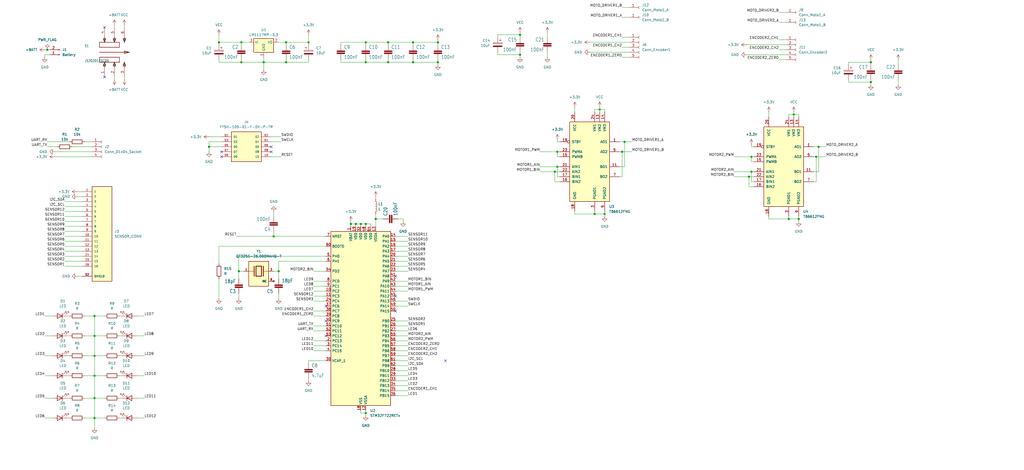
<source format=kicad_sch>
(kicad_sch (version 20231120) (generator "eeschema") (generator_version "8.0")
  (paper "User" 522.656 239.801)
  (junction (at 402.59 111.76))
  (junction (at 123.19 21.59))
  (junction (at 417.83 74.93))
  (junction (at 48.26 181.61))
  (junction (at 181.61 114.3))
  (junction (at 382.27 90.17))
  (junction (at 134.62 31.75))
  (junction (at 405.13 58.42))
  (junction (at 48.26 191.77))
  (junction (at 146.05 31.75))
  (junction (at 407.67 111.76))
  (junction (at 308.61 109.22))
  (junction (at 179.07 114.3))
  (junction (at 186.69 21.59))
  (junction (at 184.15 114.3))
  (junction (at 223.52 21.59))
  (junction (at 283.21 87.63))
  (junction (at 265.43 17.78))
  (junction (at 48.26 161.29))
  (junction (at 383.54 87.63))
  (junction (at 265.43 27.94))
  (junction (at 416.56 80.01))
  (junction (at 383.54 80.01))
  (junction (at 121.92 138.43))
  (junction (at 303.53 109.22))
  (junction (at 444.5 31.75))
  (junction (at 123.19 31.75))
  (junction (at 210.82 31.75))
  (junction (at 106.68 74.93))
  (junction (at 318.77 72.39))
  (junction (at 48.26 213.36))
  (junction (at 210.82 21.59))
  (junction (at 198.12 31.75))
  (junction (at 186.69 31.75))
  (junction (at 191.77 111.76))
  (junction (at 24.13 25.4))
  (junction (at 139.7 120.65))
  (junction (at 142.24 138.43))
  (junction (at 48.26 171.45))
  (junction (at 284.48 77.47))
  (junction (at 317.5 77.47))
  (junction (at 146.05 21.59))
  (junction (at 198.12 21.59))
  (junction (at 157.48 21.59))
  (junction (at 111.76 21.59))
  (junction (at 284.48 85.09))
  (junction (at 223.52 31.75))
  (junction (at 186.69 210.82))
  (junction (at 48.26 203.2))
  (junction (at 306.07 55.88))
  (junction (at 186.69 114.3))
  (junction (at 444.5 41.91))
  (no_connect (at 166.37 163.83))
  (no_connect (at 227.33 184.15))
  (no_connect (at 166.37 156.21))
  (no_connect (at 53.34 39.37))
  (no_connect (at 166.37 171.45))
  (no_connect (at 113.03 80.01))
  (no_connect (at 53.34 13.97))
  (no_connect (at 201.93 151.13))
  (no_connect (at 113.03 77.47))
  (no_connect (at 201.93 140.97))
  (no_connect (at 138.43 74.93))
  (no_connect (at 201.93 158.75))
  (no_connect (at 138.43 77.47))
  (wire (pts (xy 433.07 31.75) (xy 444.5 31.75)))
  (wire (pts (xy 69.85 181.61) (xy 73.66 181.61)))
  (wire (pts (xy 48.26 161.29) (xy 43.18 161.29)))
  (wire (pts (xy 157.48 30.48) (xy 157.48 31.75)))
  (wire (pts (xy 22.86 27.94) (xy 25.4 27.94)))
  (wire (pts (xy 34.29 191.77) (xy 35.56 191.77)))
  (wire (pts (xy 384.81 87.63) (xy 383.54 87.63)))
  (wire (pts (xy 48.26 181.61) (xy 43.18 181.61)))
  (wire (pts (xy 146.05 31.75) (xy 157.48 31.75)))
  (wire (pts (xy 179.07 115.57) (xy 179.07 114.3)))
  (wire (pts (xy 160.02 168.91) (xy 166.37 168.91)))
  (wire (pts (xy 160.02 153.67) (xy 166.37 153.67)))
  (wire (pts (xy 285.75 77.47) (xy 284.48 77.47)))
  (wire (pts (xy 186.69 22.86) (xy 186.69 21.59)))
  (wire (pts (xy 173.99 31.75) (xy 186.69 31.75)))
  (wire (pts (xy 201.93 138.43) (xy 208.28 138.43)))
  (wire (pts (xy 201.93 199.39) (xy 208.28 199.39)))
  (wire (pts (xy 397.51 11.43) (xy 401.32 11.43)))
  (wire (pts (xy 69.85 203.2) (xy 73.66 203.2)))
  (wire (pts (xy 58.42 39.37) (xy 58.42 40.64)))
  (wire (pts (xy 184.15 209.55) (xy 184.15 210.82)))
  (wire (pts (xy 397.51 20.32) (xy 401.32 20.32)))
  (wire (pts (xy 254 26.67) (xy 254 27.94)))
  (wire (pts (xy 22.86 213.36) (xy 26.67 213.36)))
  (wire (pts (xy 33.02 130.81) (xy 41.91 130.81)))
  (wire (pts (xy 223.52 31.75) (xy 223.52 33.02)))
  (wire (pts (xy 121.92 130.81) (xy 121.92 138.43)))
  (wire (pts (xy 284.48 80.01) (xy 285.75 80.01)))
  (wire (pts (xy 223.52 20.32) (xy 223.52 21.59)))
  (wire (pts (xy 317.5 3.81) (xy 321.31 3.81)))
  (wire (pts (xy 186.69 30.48) (xy 186.69 31.75)))
  (wire (pts (xy 36.83 74.93) (xy 46.99 74.93)))
  (wire (pts (xy 317.5 19.05) (xy 321.31 19.05)))
  (wire (pts (xy 106.68 72.39) (xy 106.68 74.93)))
  (wire (pts (xy 27.94 77.47) (xy 46.99 77.47)))
  (wire (pts (xy 62.23 213.36) (xy 60.96 213.36)))
  (wire (pts (xy 201.93 120.65) (xy 208.28 120.65)))
  (wire (pts (xy 254 17.78) (xy 265.43 17.78)))
  (wire (pts (xy 166.37 184.15) (xy 157.48 184.15)))
  (wire (pts (xy 186.69 210.82) (xy 186.69 212.09)))
  (wire (pts (xy 134.62 31.75) (xy 134.62 35.56)))
  (wire (pts (xy 444.5 30.48) (xy 444.5 31.75)))
  (wire (pts (xy 134.62 31.75) (xy 146.05 31.75)))
  (wire (pts (xy 308.61 55.88) (xy 308.61 57.15)))
  (wire (pts (xy 179.07 114.3) (xy 181.61 114.3)))
  (wire (pts (xy 48.26 203.2) (xy 53.34 203.2)))
  (wire (pts (xy 53.34 213.36) (xy 48.26 213.36)))
  (wire (pts (xy 201.93 156.21) (xy 208.28 156.21)))
  (wire (pts (xy 48.26 181.61) (xy 53.34 181.61)))
  (wire (pts (xy 22.86 25.4) (xy 24.13 25.4)))
  (wire (pts (xy 405.13 58.42) (xy 405.13 59.69)))
  (wire (pts (xy 34.29 171.45) (xy 35.56 171.45)))
  (wire (pts (xy 275.59 87.63) (xy 283.21 87.63)))
  (wire (pts (xy 458.47 30.48) (xy 458.47 33.02)))
  (wire (pts (xy 111.76 31.75) (xy 123.19 31.75)))
  (wire (pts (xy 166.37 125.73) (xy 111.76 125.73)))
  (wire (pts (xy 26.67 181.61) (xy 22.86 181.61)))
  (wire (pts (xy 48.26 161.29) (xy 53.34 161.29)))
  (wire (pts (xy 293.37 109.22) (xy 303.53 109.22)))
  (wire (pts (xy 142.24 138.43) (xy 142.24 142.24)))
  (wire (pts (xy 146.05 21.59) (xy 142.24 21.59)))
  (wire (pts (xy 433.07 41.91) (xy 444.5 41.91)))
  (wire (pts (xy 173.99 21.59) (xy 186.69 21.59)))
  (wire (pts (xy 275.59 77.47) (xy 284.48 77.47)))
  (wire (pts (xy 48.26 213.36) (xy 48.26 203.2)))
  (wire (pts (xy 62.23 191.77) (xy 60.96 191.77)))
  (wire (pts (xy 381 27.94) (xy 401.32 27.94)))
  (wire (pts (xy 69.85 161.29) (xy 73.66 161.29)))
  (wire (pts (xy 201.93 148.59) (xy 208.28 148.59)))
  (wire (pts (xy 186.69 114.3) (xy 186.69 115.57)))
  (wire (pts (xy 189.23 114.3) (xy 189.23 115.57)))
  (wire (pts (xy 383.54 92.71) (xy 384.81 92.71)))
  (wire (pts (xy 160.02 179.07) (xy 166.37 179.07)))
  (wire (pts (xy 34.29 203.2) (xy 35.56 203.2)))
  (wire (pts (xy 382.27 95.25) (xy 384.81 95.25)))
  (wire (pts (xy 33.02 102.87) (xy 41.91 102.87)))
  (wire (pts (xy 405.13 57.15) (xy 405.13 58.42)))
  (wire (pts (xy 138.43 80.01) (xy 143.51 80.01)))
  (wire (pts (xy 48.26 203.2) (xy 43.18 203.2)))
  (wire (pts (xy 201.93 133.35) (xy 208.28 133.35)))
  (wire (pts (xy 160.02 158.75) (xy 166.37 158.75)))
  (wire (pts (xy 384.81 90.17) (xy 382.27 90.17)))
  (wire (pts (xy 201.93 130.81) (xy 208.28 130.81)))
  (wire (pts (xy 22.86 29.21) (xy 22.86 27.94)))
  (wire (pts (xy 33.02 105.41) (xy 41.91 105.41)))
  (wire (pts (xy 43.18 72.39) (xy 46.99 72.39)))
  (wire (pts (xy 265.43 27.94) (xy 265.43 29.21)))
  (wire (pts (xy 160.02 138.43) (xy 166.37 138.43)))
  (wire (pts (xy 63.5 12.7) (xy 63.5 13.97)))
  (wire (pts (xy 407.67 58.42) (xy 407.67 59.69)))
  (wire (pts (xy 265.43 17.78) (xy 265.43 19.05)))
  (wire (pts (xy 201.93 191.77) (xy 208.28 191.77)))
  (wire (pts (xy 111.76 125.73) (xy 111.76 134.62)))
  (wire (pts (xy 111.76 21.59) (xy 123.19 21.59)))
  (wire (pts (xy 205.74 113.03) (xy 205.74 111.76)))
  (wire (pts (xy 201.93 196.85) (xy 208.28 196.85)))
  (wire (pts (xy 48.26 171.45) (xy 48.26 161.29)))
  (wire (pts (xy 69.85 191.77) (xy 73.66 191.77)))
  (wire (pts (xy 265.43 16.51) (xy 265.43 17.78)))
  (wire (pts (xy 123.19 30.48) (xy 123.19 31.75)))
  (wire (pts (xy 184.15 114.3) (xy 184.15 115.57)))
  (wire (pts (xy 223.52 30.48) (xy 223.52 31.75)))
  (wire (pts (xy 33.02 115.57) (xy 41.91 115.57)))
  (wire (pts (xy 73.66 213.36) (xy 69.85 213.36)))
  (wire (pts (xy 417.83 74.93) (xy 417.83 87.63)))
  (wire (pts (xy 123.19 21.59) (xy 123.19 22.86)))
  (wire (pts (xy 48.26 191.77) (xy 53.34 191.77)))
  (wire (pts (xy 48.26 191.77) (xy 48.26 181.61)))
  (wire (pts (xy 201.93 179.07) (xy 208.28 179.07)))
  (wire (pts (xy 283.21 92.71) (xy 285.75 92.71)))
  (wire (pts (xy 275.59 85.09) (xy 284.48 85.09)))
  (wire (pts (xy 205.74 111.76) (xy 203.2 111.76)))
  (wire (pts (xy 33.02 118.11) (xy 41.91 118.11)))
  (wire (pts (xy 210.82 31.75) (xy 223.52 31.75)))
  (wire (pts (xy 407.67 111.76) (xy 407.67 110.49)))
  (wire (pts (xy 284.48 90.17) (xy 285.75 90.17)))
  (wire (pts (xy 318.77 72.39) (xy 318.77 85.09)))
  (wire (pts (xy 157.48 21.59) (xy 157.48 22.86)))
  (wire (pts (xy 111.76 30.48) (xy 111.76 31.75)))
  (wire (pts (xy 317.5 77.47) (xy 317.5 90.17)))
  (wire (pts (xy 48.26 191.77) (xy 43.18 191.77)))
  (wire (pts (xy 146.05 30.48) (xy 146.05 31.75)))
  (wire (pts (xy 62.23 171.45) (xy 60.96 171.45)))
  (wire (pts (xy 279.4 16.51) (xy 279.4 19.05)))
  (wire (pts (xy 285.75 87.63) (xy 283.21 87.63)))
  (wire (pts (xy 201.93 194.31) (xy 208.28 194.31)))
  (wire (pts (xy 254 17.78) (xy 254 19.05)))
  (wire (pts (xy 33.02 128.27) (xy 41.91 128.27)))
  (wire (pts (xy 417.83 74.93) (xy 421.64 74.93)))
  (wire (pts (xy 62.23 181.61) (xy 60.96 181.61)))
  (wire (pts (xy 173.99 22.86) (xy 173.99 21.59)))
  (wire (pts (xy 405.13 58.42) (xy 407.67 58.42)))
  (wire (pts (xy 123.19 31.75) (xy 134.62 31.75)))
  (wire (pts (xy 283.21 87.63) (xy 283.21 92.71)))
  (wire (pts (xy 317.5 24.13) (xy 321.31 24.13)))
  (wire (pts (xy 416.56 92.71) (xy 415.29 92.71)))
  (wire (pts (xy 201.93 143.51) (xy 208.28 143.51)))
  (wire (pts (xy 138.43 72.39) (xy 143.51 72.39)))
  (wire (pts (xy 121.92 130.81) (xy 166.37 130.81)))
  (wire (pts (xy 111.76 17.78) (xy 111.76 21.59)))
  (wire (pts (xy 48.26 203.2) (xy 48.26 191.77)))
  (wire (pts (xy 121.92 138.43) (xy 124.46 138.43)))
  (wire (pts (xy 303.53 57.15) (xy 303.53 55.88)))
  (wire (pts (xy 33.02 110.49) (xy 41.91 110.49)))
  (wire (pts (xy 284.48 77.47) (xy 284.48 80.01)))
  (wire (pts (xy 444.5 31.75) (xy 444.5 33.02)))
  (wire (pts (xy 139.7 138.43) (xy 142.24 138.43)))
  (wire (pts (xy 160.02 148.59) (xy 166.37 148.59)))
  (wire (pts (xy 374.65 90.17) (xy 382.27 90.17)))
  (wire (pts (xy 416.56 80.01) (xy 421.64 80.01)))
  (wire (pts (xy 191.77 100.33) (xy 191.77 101.6)))
  (wire (pts (xy 62.23 203.2) (xy 60.96 203.2)))
  (wire (pts (xy 383.54 74.93) (xy 384.81 74.93)))
  (wire (pts (xy 63.5 39.37) (xy 63.5 40.64)))
  (wire (pts (xy 308.61 109.22) (xy 308.61 107.95)))
  (wire (pts (xy 24.13 74.93) (xy 29.21 74.93)))
  (wire (pts (xy 317.5 77.47) (xy 322.58 77.47)))
  (wire (pts (xy 407.67 113.03) (xy 407.67 111.76)))
  (wire (pts (xy 300.99 26.67) (xy 321.31 26.67)))
  (wire (pts (xy 198.12 30.48) (xy 198.12 31.75)))
  (wire (pts (xy 157.48 184.15) (xy 157.48 185.42)))
  (wire (pts (xy 48.26 181.61) (xy 48.26 171.45)))
  (wire (pts (xy 142.24 149.86) (xy 142.24 152.4)))
  (wire (pts (xy 160.02 166.37) (xy 166.37 166.37)))
  (wire (pts (xy 121.92 138.43) (xy 121.92 142.24)))
  (wire (pts (xy 433.07 40.64) (xy 433.07 41.91)))
  (wire (pts (xy 201.93 135.89) (xy 208.28 135.89)))
  (wire (pts (xy 316.23 72.39) (xy 318.77 72.39)))
  (wire (pts (xy 317.5 29.21) (xy 321.31 29.21)))
  (wire (pts (xy 113.03 72.39) (xy 106.68 72.39)))
  (wire (pts (xy 160.02 143.51) (xy 166.37 143.51)))
  (wire (pts (xy 181.61 114.3) (xy 184.15 114.3)))
  (wire (pts (xy 106.68 69.85) (xy 113.03 69.85)))
  (wire (pts (xy 186.69 21.59) (xy 198.12 21.59)))
  (wire (pts (xy 24.13 25.4) (xy 25.4 25.4)))
  (wire (pts (xy 392.43 110.49) (xy 392.43 111.76)))
  (wire (pts (xy 48.26 171.45) (xy 53.34 171.45)))
  (wire (pts (xy 166.37 133.35) (xy 142.24 133.35)))
  (wire (pts (xy 201.93 176.53) (xy 208.28 176.53)))
  (wire (pts (xy 201.93 171.45) (xy 208.28 171.45)))
  (wire (pts (xy 184.15 210.82) (xy 186.69 210.82)))
  (wire (pts (xy 201.93 146.05) (xy 208.28 146.05)))
  (wire (pts (xy 41.91 140.97) (xy 39.37 140.97)))
  (wire (pts (xy 198.12 22.86) (xy 198.12 21.59)))
  (wire (pts (xy 374.65 87.63) (xy 383.54 87.63)))
  (wire (pts (xy 179.07 113.03) (xy 179.07 114.3)))
  (wire (pts (xy 279.4 26.67) (xy 279.4 29.21)))
  (wire (pts (xy 191.77 109.22) (xy 191.77 111.76)))
  (wire (pts (xy 444.5 40.64) (xy 444.5 41.91)))
  (wire (pts (xy 382.27 90.17) (xy 382.27 95.25)))
  (wire (pts (xy 198.12 31.75) (xy 210.82 31.75)))
  (wire (pts (xy 306.07 54.61) (xy 306.07 55.88)))
  (wire (pts (xy 186.69 210.82) (xy 186.69 209.55)))
  (wire (pts (xy 146.05 21.59) (xy 157.48 21.59)))
  (wire (pts (xy 111.76 21.59) (xy 111.76 22.86)))
  (wire (pts (xy 26.67 191.77) (xy 22.86 191.77)))
  (wire (pts (xy 402.59 58.42) (xy 405.13 58.42)))
  (wire (pts (xy 181.61 114.3) (xy 181.61 115.57)))
  (wire (pts (xy 191.77 111.76) (xy 195.58 111.76)))
  (wire (pts (xy 303.53 109.22) (xy 303.53 107.95)))
  (wire (pts (xy 392.43 111.76) (xy 402.59 111.76)))
  (wire (pts (xy 58.42 12.7) (xy 58.42 13.97)))
  (wire (pts (xy 433.07 31.75) (xy 433.07 33.02)))
  (wire (pts (xy 201.93 186.69) (xy 208.28 186.69)))
  (wire (pts (xy 415.29 74.93) (xy 417.83 74.93)))
  (wire (pts (xy 191.77 111.76) (xy 191.77 115.57)))
  (wire (pts (xy 284.48 85.09) (xy 284.48 90.17)))
  (wire (pts (xy 160.02 176.53) (xy 166.37 176.53)))
  (wire (pts (xy 383.54 82.55) (xy 384.81 82.55)))
  (wire (pts (xy 160.02 146.05) (xy 166.37 146.05)))
  (wire (pts (xy 33.02 135.89) (xy 41.91 135.89)))
  (wire (pts (xy 123.19 21.59) (xy 127 21.59)))
  (wire (pts (xy 198.12 21.59) (xy 210.82 21.59)))
  (wire (pts (xy 33.02 125.73) (xy 41.91 125.73)))
  (wire (pts (xy 48.26 213.36) (xy 48.26 218.44)))
  (wire (pts (xy 184.15 114.3) (xy 186.69 114.3)))
  (wire (pts (xy 201.93 189.23) (xy 208.28 189.23)))
  (wire (pts (xy 160.02 161.29) (xy 166.37 161.29)))
  (wire (pts (xy 39.37 97.79) (xy 41.91 97.79)))
  (wire (pts (xy 134.62 29.21) (xy 134.62 31.75)))
  (wire (pts (xy 142.24 133.35) (xy 142.24 138.43)))
  (wire (pts (xy 383.54 87.63) (xy 383.54 92.71)))
  (wire (pts (xy 254 27.94) (xy 265.43 27.94)))
  (wire (pts (xy 416.56 80.01) (xy 416.56 92.71)))
  (wire (pts (xy 139.7 120.65) (xy 139.7 118.11)))
  (wire (pts (xy 26.67 171.45) (xy 22.86 171.45)))
  (wire (pts (xy 173.99 30.48) (xy 173.99 31.75)))
  (wire (pts (xy 210.82 30.48) (xy 210.82 31.75)))
  (wire (pts (xy 402.59 111.76) (xy 407.67 111.76)))
  (wire (pts (xy 306.07 55.88) (xy 306.07 57.15)))
  (wire (pts (xy 33.02 123.19) (xy 41.91 123.19)))
  (wire (pts (xy 160.02 151.13) (xy 166.37 151.13)))
  (wire (pts (xy 210.82 21.59) (xy 210.82 22.86)))
  (wire (pts (xy 293.37 54.61) (xy 293.37 57.15)))
  (wire (pts (xy 27.94 80.01) (xy 46.99 80.01)))
  (wire (pts (xy 166.37 120.65) (xy 139.7 120.65)))
  (wire (pts (xy 284.48 72.39) (xy 285.75 72.39)))
  (wire (pts (xy 381 22.86) (xy 401.32 22.86)))
  (wire (pts (xy 160.02 173.99) (xy 166.37 173.99)))
  (wire (pts (xy 33.02 120.65) (xy 41.91 120.65)))
  (wire (pts (xy 383.54 73.66) (xy 383.54 74.93)))
  (wire (pts (xy 384.81 80.01) (xy 383.54 80.01)))
  (wire (pts (xy 210.82 21.59) (xy 223.52 21.59)))
  (wire (pts (xy 402.59 59.69) (xy 402.59 58.42)))
  (wire (pts (xy 201.93 123.19) (xy 208.28 123.19)))
  (wire (pts (xy 201.93 168.91) (xy 208.28 168.91)))
  (wire (pts (xy 300.99 21.59) (xy 321.31 21.59)))
  (wire (pts (xy 316.23 77.47) (xy 317.5 77.47)))
  (wire (pts (xy 402.59 111.76) (xy 402.59 110.49)))
  (wire (pts (xy 106.68 74.93) (xy 113.03 74.93)))
  (wire (pts (xy 303.53 55.88) (xy 306.07 55.88)))
  (wire (pts (xy 26.67 161.29) (xy 22.86 161.29)))
  (wire (pts (xy 201.93 125.73) (xy 208.28 125.73)))
  (wire (pts (xy 458.47 40.64) (xy 458.47 43.18)))
  (wire (pts (xy 318.77 85.09) (xy 316.23 85.09)))
  (wire (pts (xy 265.43 26.67) (xy 265.43 27.94)))
  (wire (pts (xy 444.5 41.91) (xy 444.5 43.18)))
  (wire (pts (xy 39.37 100.33) (xy 41.91 100.33)))
  (wire (pts (xy 317.5 8.89) (xy 321.31 8.89)))
  (wire (pts (xy 157.48 193.04) (xy 157.48 194.31)))
  (wire (pts (xy 392.43 57.15) (xy 392.43 59.69)))
  (wire (pts (xy 41.91 113.03) (xy 33.02 113.03)))
  (wire (pts (xy 33.02 133.35) (xy 41.91 133.35)))
  (wire (pts (xy 111.76 142.24) (xy 111.76 152.4)))
  (wire (pts (xy 417.83 87.63) (xy 415.29 87.63)))
  (wire (pts (xy 285.75 85.09) (xy 284.48 85.09)))
  (wire (pts (xy 201.93 181.61) (xy 208.28 181.61)))
  (wire (pts (xy 69.85 171.45) (xy 73.66 171.45)))
  (wire (pts (xy 33.02 107.95) (xy 41.91 107.95)))
  (wire (pts (xy 34.29 181.61) (xy 35.56 181.61)))
  (wire (pts (xy 397.51 6.35) (xy 401.32 6.35)))
  (wire (pts (xy 121.92 149.86) (xy 121.92 152.4)))
  (wire (pts (xy 284.48 71.12) (xy 284.48 72.39)))
  (wire (pts (xy 201.93 166.37) (xy 208.28 166.37)))
  (wire (pts (xy 317.5 90.17) (xy 316.23 90.17)))
  (wire (pts (xy 293.37 107.95) (xy 293.37 109.22)))
  (wire (pts (xy 48.26 171.45) (xy 43.18 171.45)))
  (wire (pts (xy 186.69 31.75) (xy 198.12 31.75)))
  (wire (pts (xy 139.7 107.95) (xy 139.7 110.49)))
  (wire (pts (xy 43.18 213.36) (xy 48.26 213.36)))
  (wire (pts (xy 223.52 21.59) (xy 223.52 22.86)))
  (wire (pts (xy 397.51 25.4) (xy 401.32 25.4)))
  (wire (pts (xy 34.29 213.36) (xy 35.56 213.36)))
  (wire (pts (xy 186.69 114.3) (xy 189.23 114.3)))
  (wire (pts (xy 201.93 173.99) (xy 208.28 173.99)))
  (wire (pts (xy 24.13 72.39) (xy 35.56 72.39)))
  (wire (pts (xy 138.43 69.85) (xy 143.51 69.85)))
  (wire (pts (xy 415.29 80.01) (xy 416.56 80.01)))
  (wire (pts (xy 308.61 109.22) (xy 308.61 110.49)))
  (wire (pts (xy 383.54 80.01) (xy 383.54 82.55)))
  (wire (pts (xy 306.07 55.88) (xy 308.61 55.88)))
  (wire (pts (xy 62.23 161.29) (xy 60.96 161.29)))
  (wire (pts (xy 146.05 21.59) (xy 146.05 22.86)))
  (wire (pts (xy 106.68 74.93) (xy 106.68 77.47)))
  (wire (pts (xy 157.48 17.78) (xy 157.48 21.59)))
  (wire (pts (xy 34.29 161.29) (xy 35.56 161.29)))
  (wire (pts (xy 374.65 80.01) (xy 383.54 80.01)))
  (wire (pts (xy 201.93 184.15) (xy 208.28 184.15)))
  (wire (pts (xy 201.93 153.67) (xy 208.28 153.67)))
  (wire (pts (xy 397.51 30.48) (xy 401.32 30.48)))
  (wire (pts (xy 201.93 201.93) (xy 208.28 201.93)))
  (wire (pts (xy 26.67 203.2) (xy 22.86 203.2)))
  (wire (pts (xy 120.65 120.65) (xy 139.7 120.65)))
  (wire (pts (xy 318.77 72.39) (xy 322.58 72.39)))
  (wire (pts (xy 201.93 128.27) (xy 208.28 128.27)))
  (wire (pts (xy 303.53 109.22) (xy 308.61 109.22)))
  (wire (pts (xy 201.93 163.83) (xy 208.28 163.83)))
  (label "SENSOR6" (at 33.02 123.19 180))
  (label "MOTO_DRIVER2_A" (at 397.51 11.43 180))
  (label "ENCODER2_CH2" (at 397.51 25.4 180))
  (label "SENSOR1" (at 33.02 135.89 180))
  (label "MOTOR1_PWM" (at 208.28 148.59 0))
  (label "LED5" (at 208.28 189.23 0))
  (label "LED4" (at 22.86 191.77 180))
  (label "ENCODER2_CH1" (at 208.28 179.07 0))
  (label "I2C_SDA" (at 208.28 186.69 0))
  (label "SENSOR8" (at 208.28 128.27 0))
  (label "ENCODER1_CH2" (at 317.5 24.13 180))
  (label "SENSOR8" (at 33.02 118.11 180))
  (label "MOTO_DRIVER2_B" (at 421.64 80.01 0))
  (label "UART_TX" (at 160.02 166.37 180))
  (label "SENSOR2" (at 208.28 163.83 0))
  (label "ENCODER1_CH2" (at 160.02 158.75 180))
  (label "MOTO_DRIVER2_B" (at 397.51 6.35 180))
  (label "LED2" (at 208.28 196.85 0))
  (label "ENCODER2_CH2" (at 208.28 181.61 0))
  (label "MOTOR1_BIN" (at 208.28 143.51 0))
  (label "SENSOR3" (at 160.02 153.67 180))
  (label "MOTOR1_AIN" (at 208.28 146.05 0))
  (label "MOTOR2_AIN" (at 208.28 171.45 0))
  (label "LED8" (at 160.02 146.05 180))
  (label "ENCODER2_ZERO" (at 397.51 30.48 180))
  (label "MOTOR1_BIN" (at 275.59 87.63 180))
  (label "SENSOR11" (at 208.28 120.65 0))
  (label "SENSOR9" (at 33.02 115.57 180))
  (label "SENSOR9" (at 208.28 125.73 0))
  (label "SENSOR3" (at 33.02 130.81 180))
  (label "SWDIO" (at 208.28 153.67 0))
  (label "LED6" (at 208.28 168.91 0))
  (label "ENCODER2_CH1" (at 397.51 20.32 180))
  (label "ENCODER1_CH1" (at 317.5 19.05 180))
  (label "SENSOR6" (at 208.28 133.35 0))
  (label "MOTO_DRIVER1_B" (at 317.5 3.81 180))
  (label "LED7" (at 160.02 148.59 180))
  (label "LED1" (at 22.86 161.29 180))
  (label "ENCODER1_ZERO" (at 317.5 29.21 180))
  (label "MOTO_DRIVER1_A" (at 317.5 8.89 180))
  (label "SENSOR11" (at 33.02 110.49 180))
  (label "I2C_SCL" (at 208.28 184.15 0))
  (label "MOTOR2_PWM" (at 208.28 173.99 0))
  (label "LED2" (at 22.86 171.45 180))
  (label "LED4" (at 208.28 191.77 0))
  (label "SENSOR12" (at 160.02 151.13 180))
  (label "ENCODER1_ZERO" (at 160.02 161.29 180))
  (label "MOTOR2_PWM" (at 374.65 80.01 180))
  (label "SWCLK" (at 208.28 156.21 0))
  (label "MOTOR2_BIN" (at 160.02 138.43 180))
  (label "SWDIO" (at 143.51 69.85 0))
  (label "LED11" (at 160.02 176.53 180))
  (label "MOTOR1_AIN" (at 275.59 85.09 180))
  (label "LED8" (at 73.66 171.45 0))
  (label "LED3" (at 208.28 194.31 0))
  (label "SENSOR10" (at 208.28 123.19 0))
  (label "MOTO_DRIVER1_B" (at 322.58 77.47 0))
  (label "SENSOR7" (at 33.02 120.65 180))
  (label "SENSOR4" (at 33.02 128.27 180))
  (label "SWCLK" (at 143.51 72.39 0))
  (label "SENSOR2" (at 33.02 133.35 180))
  (label "UART_RX" (at 24.13 72.39 180))
  (label "SENSOR7" (at 208.28 130.81 0))
  (label "MOTOR2_AIN" (at 374.65 87.63 180))
  (label "SENSOR12" (at 33.02 107.95 180))
  (label "I2C_SDA" (at 33.02 102.87 180))
  (label "LED3" (at 22.86 181.61 180))
  (label "ENCODER2_ZERO" (at 208.28 176.53 0))
  (label "MOTOR2_BIN" (at 374.65 90.17 180))
  (label "LED7" (at 73.66 161.29 0))
  (label "UART_TX" (at 24.13 74.93 180))
  (label "LED6" (at 22.86 213.36 180))
  (label "MOTO_DRIVER1_A" (at 322.58 72.39 0))
  (label "RESET" (at 143.51 80.01 0))
  (label "LED12" (at 73.66 213.36 0))
  (label "SENSOR1" (at 208.28 166.37 0))
  (label "LED1" (at 208.28 201.93 0))
  (label "LED12" (at 160.02 173.99 180))
  (label "LED9" (at 73.66 181.61 0))
  (label "UART_RX" (at 160.02 168.91 180))
  (label "SENSOR10" (at 33.02 113.03 180))
  (label "MOTOR1_PWM" (at 275.59 77.47 180))
  (label "I2C_SCL" (at 33.02 105.41 180))
  (label "LED10" (at 160.02 179.07 180))
  (label "SENSOR5" (at 33.02 125.73 180))
  (label "MOTO_DRIVER2_A" (at 421.64 74.93 0))
  (label "ENCODER1_CH1" (at 208.28 199.39 0))
  (label "LED10" (at 73.66 191.77 0))
  (label "LED5" (at 22.86 203.2 180))
  (label "LED9" (at 160.02 143.51 180))
  (label "RESET" (at 120.65 120.65 180))
  (label "SENSOR5" (at 208.28 135.89 0))
  (label "SENSOR4" (at 208.28 138.43 0))
  (label "LED11" (at 73.66 203.2 0))
  (symbol (lib_id "power:+BATT") (at 58.42 40.64 180) (unit 1)
    (property "Reference" "#PWR010" (effects (hide yes)))
    (property "Value" "+BATT" (at 58.42 45.72 0))
    (property "Description" "Power symbol creates a global label with name \"+BATT\"" (effects (hide yes)))
  )
  (symbol (lib_id "power:+3.3V") (at 223.52 20.32 0) (unit 1)
    (property "Reference" "#PWR026" (effects (hide yes)))
    (property "Value" "+3.3V" (at 223.52 15.24 0))
    (property "Description" "Power symbol creates a global label with name \"+3.3V\"" (effects (hide yes)))
  )
  (symbol (lib_id "power:GND") (at 186.69 212.09 0) (mirror y) (unit 1)
    (property "Reference" "#PWR024" (effects (hide yes)))
    (property "Value" "GND" (at 186.69 217.17 0))
    (property "Description" "Power symbol creates a global label with name \"GND\" , ground" (effects (hide yes)))
  )
  (symbol (lib_id "power:+3.3V") (at 293.37 54.61 0) (unit 1)
    (property "Reference" "#PWR031" (effects (hide yes)))
    (property "Value" "+3.3V" (at 293.37 49.53 0))
    (property "Description" "Power symbol creates a global label with name \"+3.3V\"" (effects (hide yes)))
  )
  (symbol (lib_id "power:+3.3V") (at 284.48 71.12 0) (unit 1)
    (property "Reference" "#PWR030" (effects (hide yes)))
    (property "Value" "+3.3V" (at 284.48 66.04 0))
    (property "Description" "Power symbol creates a global label with name \"+3.3V\"" (effects (hide yes)))
  )
  (symbol (lib_id "Device:R") (at 57.15 191.77 270) (mirror x) (unit 1)
    (property "Reference" "R12" (at 57.15 185.42 90))
    (property "Value" "R" (at 57.15 187.96 90))
    (property "Footprint" "Resistor_SMD:R_0603_1608Metric_Pad0.98x0.95mm_HandSolder" (effects (hide yes)))
    (property "Description" "Resistor" (effects (hide yes)))
  )
  (symbol (lib_id "power:GND") (at 205.74 113.03 0) (mirror y) (unit 1)
    (property "Reference" "#PWR038" (effects (hide yes)))
    (property "Value" "GND" (at 205.74 118.11 0))
    (property "Description" "Power symbol creates a global label with name \"GND\" , ground" (effects (hide yes)))
  )
  (symbol (lib_id "power:GND") (at 308.61 110.49 0) (mirror y) (unit 1)
    (property "Reference" "#PWR033" (effects (hide yes)))
    (property "Value" "GND" (at 308.61 115.57 0))
    (property "Description" "Power symbol creates a global label with name \"GND\" , ground" (effects (hide yes)))
  )
  (symbol (lib_id "Device:C_Polarized") (at 157.48 26.67 0) (unit 1)
    (property "Reference" "C7" (at 161.29 24.5109 0) (effects (justify left)))
    (property "Value" "10uF" (at 161.29 27.0509 0) (effects (justify left)))
    (property "Footprint" "Capacitor_Tantalum_SMD:CAP_293D-B_VSS" (effects (hide yes)))
    (property "Description" "Polarized capacitor" (effects (hide yes)))
  )
  (symbol (lib_id "power:GND") (at 111.76 152.4 0) (unit 1)
    (property "Reference" "#PWR016" (effects (hide yes)))
    (property "Value" "GND" (at 111.76 157.48 0))
    (property "Description" "Power symbol creates a global label with name \"GND\" , ground" (effects (hide yes)))
  )
  (symbol (lib_id "power:VCC") (at 63.5 40.64 180) (unit 1)
    (property "Reference" "#PWR012" (effects (hide yes)))
    (property "Value" "VCC" (at 63.5 45.72 0))
    (property "Description" "Power symbol creates a global label with name \"VCC\"" (effects (hide yes)))
  )
  (symbol (lib_id "Device:R") (at 57.15 171.45 270) (mirror x) (unit 1)
    (property "Reference" "R10" (at 57.15 165.1 90))
    (property "Value" "R" (at 57.15 167.64 90))
    (property "Footprint" "Resistor_SMD:R_0603_1608Metric_Pad0.98x0.95mm_HandSolder" (effects (hide yes)))
    (property "Description" "Resistor" (effects (hide yes)))
  )
  (symbol (lib_id "power:GND") (at 39.37 100.33 270) (mirror x) (unit 1)
    (property "Reference" "#PWR06" (effects (hide yes)))
    (property "Value" "GND" (at 35.814 100.33 90) (effects (justify right)))
    (property "Description" "Power symbol creates a global label with name \"GND\" , ground" (effects (hide yes)))
  )
  (symbol (lib_id "schemat-eagle-import:rcl_C-EUC0805") (at 157.48 187.96 0) (unit 1)
    (property "Reference" "C8" (at 159.004 187.579 0) (effects (font (size 1.778 1.5113)) (justify left bottom)))
    (property "Value" "4.7uF" (at 159.004 192.659 0) (effects (font (size 1.778 1.5113)) (justify left bottom)))
    (property "Footprint" "Capacitor_SMD:C_0603_1608Metric_Pad1.08x0.95mm_HandSolder" (effects (hide yes)))
  )
  (symbol (lib_id "Device:R") (at 39.37 181.61 90) (unit 1)
    (property "Reference" "R5" (at 39.37 175.26 90))
    (property "Value" "R" (at 39.37 177.8 90))
    (property "Footprint" "Resistor_SMD:R_0603_1608Metric_Pad0.98x0.95mm_HandSolder" (effects (hide yes)))
    (property "Description" "Resistor" (effects (hide yes)))
  )
  (symbol (lib_id "Device:R") (at 57.15 181.61 270) (mirror x) (unit 1)
    (property "Reference" "R11" (at 57.15 175.26 90))
    (property "Value" "R" (at 57.15 177.8 90))
    (property "Footprint" "Resistor_SMD:R_0603_1608Metric_Pad0.98x0.95mm_HandSolder" (effects (hide yes)))
    (property "Description" "Resistor" (effects (hide yes)))
  )
  (symbol (lib_id "Device:C_Polarized") (at 433.07 36.83 0) (mirror y) (unit 1)
    (property "Reference" "C16" (at 429.26 34.6709 0) (effects (justify left)))
    (property "Value" "10uF" (at 429.26 37.2109 0) (effects (justify left)))
    (property "Footprint" "Capacitor_Tantalum_SMD:CAP_293D-B_VSS" (effects (hide yes)))
    (property "Description" "Polarized capacitor" (effects (hide yes)))
  )
  (symbol (lib_id "MCU_ST_STM32F7:STM32F722RETx") (at 184.15 163.83 0) (unit 1)
    (property "Reference" "U2" (at 188.8841 209.55 0) (effects (justify left)))
    (property "Value" "STM32F722RETx" (at 188.8841 212.09 0) (effects (justify left)))
    (property "Footprint" "Package_QFP:LQFP-64_10x10mm_P0.5mm" (effects (hide yes)))
    (property "Datasheet" "https://www.st.com/resource/en/datasheet/stm32f722re.pdf" (effects (hide yes)))
    (property "Description" "STMicroelectronics Arm Cortex-M7 MCU, 512KB flash, 256KB RAM, 216 MHz, 1.7-3.6V, 50 GPIO, LQFP64" (effects (hide yes)))
  )
  (symbol (lib_id "Connector:Conn_01x05_Socket") (at 326.39 24.13 0) (unit 1)
    (property "Reference" "J6" (at 327.66 22.8599 0) (effects (justify left)))
    (property "Value" "Conn_Encoder1" (at 327.66 25.3999 0) (effects (justify left)))
    (property "Footprint" "Connector_PinHeader_2.54mm:PinHeader_2x03_P2.54mm_Vertical_SMD" (effects (hide yes)))
    (property "Description" "Generic connector, single row, 01x05, script generated" (effects (hide yes)))
  )
  (symbol (lib_id "power:GND") (at 279.4 29.21 0) (mirror y) (unit 1)
    (property "Reference" "#PWR0101" (effects (hide yes)))
    (property "Value" "GND" (at 279.4 34.29 0))
    (property "Description" "Power symbol creates a global label with name \"GND\" , ground" (effects (hide yes)))
  )
  (symbol (lib_id "Device:R") (at 39.37 72.39 90) (unit 1)
    (property "Reference" "R2" (at 39.37 66.04 90))
    (property "Value" "10k" (at 39.37 68.58 90))
    (property "Footprint" "Resistor_SMD:R_0603_1608Metric_Pad0.98x0.95mm_HandSolder" (effects (hide yes)))
    (property "Description" "Resistor" (effects (hide yes)))
  )
  (symbol (lib_id "power:+3.3V") (at 279.4 16.51 0) (unit 1)
    (property "Reference" "#PWR039" (effects (hide yes)))
    (property "Value" "+3.3V" (at 279.4 11.43 0))
    (property "Description" "Power symbol creates a global label with name \"+3.3V\"" (effects (hide yes)))
  )
  (symbol (lib_id "Device:LED") (at 30.48 191.77 180) (unit 1)
    (property "Reference" "D4" (at 32.0675 184.15 0))
    (property "Value" "LED" (at 32.0675 186.69 0))
    (property "Footprint" "LED_SMD:LED_0603_1608Metric_Pad1.05x0.95mm_HandSolder" (effects (hide yes)))
    (property "Description" "Light emitting diode" (effects (hide yes)))
  )
  (symbol (lib_id "power:+3.3V") (at 27.94 80.01 90) (unit 1)
    (property "Reference" "#PWR04" (effects (hide yes)))
    (property "Value" "+3.3V" (at 24.13 80.0099 90) (effects (justify left)))
    (property "Description" "Power symbol creates a global label with name \"+3.3V\"" (effects (hide yes)))
  )
  (symbol (lib_id "schemat-eagle-import:JS202011SCQN_JS202011SCQN") (at 58.42 26.67 0) (unit 1)
    (property "Reference" "S1" (at 43.1578 24.1263 0) (effects (font (size 1.2718 1.081)) (justify left bottom)))
    (property "Value" "JS202011SCQN" (at 43.1688 31.7537 0) (effects (font (size 1.2709 1.0802)) (justify left bottom)))
    (property "Footprint" "schemat:SW_JS202011SCQN" (effects (hide yes)))
  )
  (symbol (lib_id "Device:LED") (at 66.04 171.45 0) (mirror x) (unit 1)
    (property "Reference" "D8" (at 64.4525 163.83 0))
    (property "Value" "LED" (at 64.4525 166.37 0))
    (property "Footprint" "LED_SMD:LED_0603_1608Metric_Pad1.05x0.95mm_HandSolder" (effects (hide yes)))
    (property "Description" "Light emitting diode" (effects (hide yes)))
  )
  (symbol (lib_id "Device:LED") (at 30.48 213.36 180) (unit 1)
    (property "Reference" "D6" (at 32.0675 205.74 0))
    (property "Value" "LED" (at 32.0675 208.28 0))
    (property "Footprint" "LED_SMD:LED_0603_1608Metric_Pad1.05x0.95mm_HandSolder" (effects (hide yes)))
    (property "Description" "Light emitting diode" (effects (hide yes)))
  )
  (symbol (lib_id "Device:LED") (at 30.48 181.61 180) (unit 1)
    (property "Reference" "D3" (at 32.0675 173.99 0))
    (property "Value" "LED" (at 32.0675 176.53 0))
    (property "Footprint" "LED_SMD:LED_0603_1608Metric_Pad1.05x0.95mm_HandSolder" (effects (hide yes)))
    (property "Description" "Light emitting diode" (effects (hide yes)))
  )
  (symbol (lib_id "Device:C_Polarized") (at 111.76 26.67 0) (mirror y) (unit 1)
    (property "Reference" "C1" (at 107.95 24.5109 0) (effects (justify left)))
    (property "Value" "10uF" (at 107.95 27.0509 0) (effects (justify left)))
    (property "Footprint" "Capacitor_Tantalum_SMD:CAP_293D-B_VSS" (effects (hide yes)))
    (property "Description" "Polarized capacitor" (effects (hide yes)))
  )
  (symbol (lib_id "Connector:Conn_01x01_Socket") (at 326.39 8.89 0) (unit 1)
    (property "Reference" "J10" (at 327.66 7.6199 0) (effects (justify left)))
    (property "Value" "Conn_Moto1_B" (at 327.66 10.1599 0) (effects (justify left)))
    (property "Footprint" "Connector_PinHeader_2.54mm:PinHeader_1x01_P2.54mm_Vertical" (effects (hide yes)))
    (property "Description" "Generic connector, single row, 01x01, script generated" (effects (hide yes)))
  )
  (symbol (lib_id "power:+BATT") (at 58.42 12.7 0) (unit 1)
    (property "Reference" "#PWR09" (effects (hide yes)))
    (property "Value" "+BATT" (at 58.42 7.62 0))
    (property "Description" "Power symbol creates a global label with name \"+BATT\"" (effects (hide yes)))
  )
  (symbol (lib_id "Device:R") (at 39.37 213.36 90) (unit 1)
    (property "Reference" "R8" (at 39.37 207.01 90))
    (property "Value" "R" (at 39.37 209.55 90))
    (property "Footprint" "Resistor_SMD:R_0603_1608Metric_Pad0.98x0.95mm_HandSolder" (effects (hide yes)))
    (property "Description" "Resistor" (effects (hide yes)))
  )
  (symbol (lib_id "power:GND") (at 407.67 113.03 0) (mirror y) (unit 1)
    (property "Reference" "#PWR041" (effects (hide yes)))
    (property "Value" "GND" (at 407.67 118.11 0))
    (property "Description" "Power symbol creates a global label with name \"GND\" , ground" (effects (hide yes)))
  )
  (symbol (lib_id "power:GND") (at 157.48 194.31 0) (unit 1)
    (property "Reference" "#PWR022" (effects (hide yes)))
    (property "Value" "GND" (at 157.48 199.39 0))
    (property "Description" "Power symbol creates a global label with name \"GND\" , ground" (effects (hide yes)))
  )
  (symbol (lib_id "power:GND") (at 300.99 26.67 270) (mirror x) (unit 1)
    (property "Reference" "#PWR035" (effects (hide yes)))
    (property "Value" "GND" (at 297.18 26.6699 90) (effects (justify right)))
    (property "Description" "Power symbol creates a global label with name \"GND\" , ground" (effects (hide yes)))
  )
  (symbol (lib_id "power:VCC") (at 265.43 16.51 0) (unit 1)
    (property "Reference" "#PWR028" (effects (hide yes)))
    (property "Value" "VCC" (at 265.43 11.43 0))
    (property "Description" "Power symbol creates a global label with name \"VCC\"" (effects (hide yes)))
  )
  (symbol (lib_id "FTSH-105-01-F-DV-P-TR:FTSH-105-01-F-DV-P-TR") (at 125.73 74.93 0) (unit 1)
    (property "Reference" "J4" (at 125.73 62.23 0))
    (property "Value" "FTSH-105-01-F-DV-P-TR" (at 125.73 64.77 0))
    (property "Footprint" "Connector:SAMTEC_FTSH-105-01-F-DV-P-TR" (effects (hide yes)))
    (property "MF" "Samtec Inc." (effects (hide yes)))
    (property "Description_1" "\nConnector Header Surface Mount 10 position 0.050 (1.27mm)\n" (effects (hide yes)))
    (property "Package" "None" (effects (hide yes)))
    (property "Price" "None" (effects (hide yes)))
    (property "Check_prices" "https://www.snapeda.com/parts/FTSH-105-01-F-DV-K-TR/Samtec/view-part/?ref=eda" (effects (hide yes)))
    (property "STANDARD" "Manufacturer Recommendations" (effects (hide yes)))
    (property "PARTREV" "R" (effects (hide yes)))
    (property "SnapEDA_Link" "https://www.snapeda.com/parts/FTSH-105-01-F-DV-K-TR/Samtec/view-part/?ref=snap" (effects (hide yes)))
    (property "MP" "FTSH-105-01-F-DV-K-TR" (effects (hide yes)))
    (property "Purchase-URL" "https://www.snapeda.com/api/url_track_click_mouser/?unipart_id=4803823&manufacturer=Samtec Inc.&part_name=FTSH-105-01-F-DV-K-TR&search_term=None" (effects (hide yes)))
    (property "Availability" "In Stock" (effects (hide yes)))
    (property "MANUFACTURER" "Samtec" (effects (hide yes)))
  )
  (symbol (lib_id "Driver_Motor:TB6612FNG") (at 400.05 85.09 0) (unit 1)
    (property "Reference" "U4" (at 409.8641 107.95 0) (effects (justify left)))
    (property "Value" "TB6612FNG" (at 409.8641 110.49 0) (effects (justify left)))
    (property "Footprint" "Package_SO:SSOP-24_5.3x8.2mm_P0.65mm" (effects (hide yes)))
    (property "Datasheet" "https://toshiba.semicon-storage.com/us/product/linear/motordriver/detail.TB6612FNG.html" (effects (hide yes)))
    (property "Description" "Driver IC for Dual DC motor, SSOP-24" (effects (hide yes)))
  )
  (symbol (lib_id "Connector:Conn_01x04_Socket") (at 52.07 74.93 0) (unit 1)
    (property "Reference" "J2" (at 53.34 74.9299 0) (effects (justify left)))
    (property "Value" "Conn_01x04_Socket" (at 53.34 77.4699 0) (effects (justify left)))
    (property "Footprint" "Connector_PinSocket_2.54mm:PinSocket_1x04_P2.54mm_Vertical" (effects (hide yes)))
    (property "Description" "Generic connector, single row, 01x04, script generated" (effects (hide yes)))
  )
  (symbol (lib_id "power:GND") (at 142.24 152.4 0) (unit 1)
    (property "Reference" "#PWR020" (effects (hide yes)))
    (property "Value" "GND" (at 142.24 157.48 0))
    (property "Description" "Power symbol creates a global label with name \"GND\" , ground" (effects (hide yes)))
  )
  (symbol (lib_id "FFC2B28-16-G:FFC2B28-16-G") (at 52.07 118.11 0) (unit 1)
    (property "Reference" "J3" (at 58.42 118.1099 0) (effects (justify left)))
    (property "Value" "SENSOR_CONN" (at 58.42 120.6499 0) (effects (justify left)))
    (property "Footprint" "Sensor:GCT_FFC2B28-16-G" (effects (hide yes)))
    (property "MF" "Global Connector Technology" (effects (hide yes)))
    (property "MAXIMUM_PACKAGE_HEIGHT" "1.75mm" (effects (hide yes)))
    (property "Package" "None" (effects (hide yes)))
    (property "Price" "None" (effects (hide yes)))
    (property "Check_prices" "https://www.snapeda.com/parts/FFC2B28-16-G/Global+Connector+Technology/view-part/?ref=eda" (effects (hide yes)))
    (property "STANDARD" "Manufacturer Recommendations" (effects (hide yes)))
    (property "PARTREV" "A" (effects (hide yes)))
    (property "SnapEDA_Link" "https://www.snapeda.com/parts/FFC2B28-16-G/Global+Connector+Technology/view-part/?ref=snap" (effects (hide yes)))
    (property "MP" "FFC2B28-16-G" (effects (hide yes)))
    (property "Purchase-URL" "https://www.snapeda.com/api/url_track_click_mouser/?unipart_id=4223064&manufacturer=Global Connector Technology&part_name=FFC2B28-16-G&search_term=None" (effects (hide yes)))
    (property "Description_1" "\n16 Position FFC, FPC Connector Contacts, Top and Bottom 0.020 (0.50mm) Surface Mount, Right Angle\n" (effects (hide yes)))
    (property "Availability" "In Stock" (effects (hide yes)))
    (property "MANUFACTURER" "GCT" (effects (hide yes)))
  )
  (symbol (lib_id "power:VCC") (at 444.5 30.48 0) (unit 1)
    (property "Reference" "#PWR042" (effects (hide yes)))
    (property "Value" "VCC" (at 444.5 25.4 0))
    (property "Description" "Power symbol creates a global label with name \"VCC\"" (effects (hide yes)))
  )
  (symbol (lib_id "power:VCC") (at 63.5 12.7 0) (unit 1)
    (property "Reference" "#PWR011" (effects (hide yes)))
    (property "Value" "VCC" (at 63.5 7.62 0))
    (property "Description" "Power symbol creates a global label with name \"VCC\"" (effects (hide yes)))
  )
  (symbol (lib_id "schemat-eagle-import:rcl_C-EUC0805") (at 142.24 147.32 180) (unit 1)
    (property "Reference" "C5" (at 139.446 147.701 0) (effects (font (size 1.778 1.5113)) (justify left bottom)))
    (property "Value" "18pF" (at 149.606 142.24 0) (effects (font (size 1.778 1.5113)) (justify left bottom)))
    (property "Footprint" "Capacitor_SMD:C_0603_1608Metric_Pad1.08x0.95mm_HandSolder" (effects (hide yes)))
  )
  (symbol (lib_id "power:VCC") (at 111.76 17.78 0) (unit 1)
    (property "Reference" "#PWR015" (effects (hide yes)))
    (property "Value" "VCC" (at 111.76 12.7 0))
    (property "Description" "Power symbol creates a global label with name \"VCC\"" (effects (hide yes)))
  )
  (symbol (lib_id "schemat-eagle-import:rcl_C-EUC0805") (at 173.99 25.4 0) (unit 1)
    (property "Reference" "C9" (at 175.514 25.019 0) (effects (font (size 1.778 1.5113)) (justify left bottom)))
    (property "Value" "100nF" (at 175.514 30.099 0) (effects (font (size 1.778 1.5113)) (justify left bottom)))
    (property "Footprint" "Capacitor_SMD:C_0603_1608Metric_Pad1.08x0.95mm_HandSolder" (effects (hide yes)))
  )
  (symbol (lib_id "schemat-eagle-import:rcl_C-EUC0805") (at 265.43 21.59 0) (mirror y) (unit 1)
    (property "Reference" "C15" (at 263.906 21.209 0) (effects (font (size 1.778 1.5113)) (justify left bottom)))
    (property "Value" "100nF" (at 263.906 26.289 0) (effects (font (size 1.778 1.5113)) (justify left bottom)))
    (property "Footprint" "Capacitor_SMD:C_0603_1608Metric_Pad1.08x0.95mm_HandSolder" (effects (hide yes)))
  )
  (symbol (lib_id "Device:LED") (at 66.04 191.77 0) (mirror x) (unit 1)
    (property "Reference" "D10" (at 64.4525 184.15 0))
    (property "Value" "LED" (at 64.4525 186.69 0))
    (property "Footprint" "LED_SMD:LED_0603_1608Metric_Pad1.05x0.95mm_HandSolder" (effects (hide yes)))
    (property "Description" "Light emitting diode" (effects (hide yes)))
  )
  (symbol (lib_id "Connector:Conn_01x02_Pin") (at 30.48 27.94 180) (unit 1)
    (property "Reference" "J1" (at 31.75 25.3999 0) (effects (justify right)))
    (property "Value" "Battery" (at 31.75 27.9399 0) (effects (justify right)))
    (property "Footprint" "Connector_PinSocket_2.54mm:PinSocket_1x02_P2.54mm_Vertical" (effects (hide yes)))
    (property "Description" "Generic connector, single row, 01x02, script generated" (effects (hide yes)))
  )
  (symbol (lib_id "power:+BATT") (at 22.86 25.4 90) (unit 1)
    (property "Reference" "#PWR01" (effects (hide yes)))
    (property "Value" "+BATT" (at 19.05 25.3999 90) (effects (justify left)))
    (property "Description" "Power symbol creates a global label with name \"+BATT\"" (effects (hide yes)))
  )
  (symbol (lib_id "power:+3.3V") (at 179.07 113.03 0) (unit 1)
    (property "Reference" "#PWR023" (effects (hide yes)))
    (property "Value" "+3.3V" (at 179.07 107.95 0))
    (property "Description" "Power symbol creates a global label with name \"+3.3V\"" (effects (hide yes)))
  )
  (symbol (lib_id "schemat-eagle-import:rcl_C-EUC0805") (at 198.12 111.76 90) (unit 1)
    (property "Reference" "C20" (at 197.739 110.236 0) (effects (font (size 1.778 1.5113)) (justify left bottom)))
    (property "Value" "100nF" (at 202.819 110.236 0) (effects (font (size 1.778 1.5113)) (justify left bottom)))
    (property "Footprint" "Capacitor_SMD:C_0603_1608Metric_Pad1.08x0.95mm_HandSolder" (effects (hide yes)))
  )
  (symbol (lib_id "Device:LED") (at 66.04 181.61 0) (mirror x) (unit 1)
    (property "Reference" "D9" (at 64.4525 173.99 0))
    (property "Value" "LED" (at 64.4525 176.53 0))
    (property "Footprint" "LED_SMD:LED_0603_1608Metric_Pad1.05x0.95mm_HandSolder" (effects (hide yes)))
    (property "Description" "Light emitting diode" (effects (hide yes)))
  )
  (symbol (lib_id "power:GND") (at 39.37 140.97 270) (mirror x) (unit 1)
    (property "Reference" "#PWR07" (effects (hide yes)))
    (property "Value" "GND" (at 35.814 140.97 90) (effects (justify right)))
    (property "Description" "Power symbol creates a global label with name \"GND\" , ground" (effects (hide yes)))
  )
  (symbol (lib_id "Device:LED") (at 30.48 161.29 180) (unit 1)
    (property "Reference" "D1" (at 32.0675 153.67 0))
    (property "Value" "LED" (at 32.0675 156.21 0))
    (property "Footprint" "LED_SMD:LED_0603_1608Metric_Pad1.05x0.95mm_HandSolder" (effects (hide yes)))
    (property "Description" "Light emitting diode" (effects (hide yes)))
  )
  (symbol (lib_id "power:GND") (at 121.92 152.4 0) (unit 1)
    (property "Reference" "#PWR017" (effects (hide yes)))
    (property "Value" "GND" (at 121.92 157.48 0))
    (property "Description" "Power symbol creates a global label with name \"GND\" , ground" (effects (hide yes)))
  )
  (symbol (lib_id "schemat-eagle-import:rcl_C-EUC0805") (at 279.4 21.59 0) (mirror y) (unit 1)
    (property "Reference" "C21" (at 277.876 21.209 0) (effects (font (size 1.778 1.5113)) (justify left bottom)))
    (property "Value" "100nF" (at 277.876 26.289 0) (effects (font (size 1.778 1.5113)) (justify left bottom)))
    (property "Footprint" "Capacitor_SMD:C_0603_1608Metric_Pad1.08x0.95mm_HandSolder" (effects (hide yes)))
  )
  (symbol (lib_id "Device:R") (at 57.15 161.29 270) (mirror x) (unit 1)
    (property "Reference" "R9" (at 57.15 154.94 90))
    (property "Value" "R" (at 57.15 157.48 90))
    (property "Footprint" "Resistor_SMD:R_0603_1608Metric_Pad0.98x0.95mm_HandSolder" (effects (hide yes)))
    (property "Description" "Resistor" (effects (hide yes)))
  )
  (symbol (lib_id "power:+3.3V") (at 157.48 17.78 0) (unit 1)
    (property "Reference" "#PWR021" (effects (hide yes)))
    (property "Value" "+3.3V" (at 157.48 12.7 0))
    (property "Description" "Power symbol creates a global label with name \"+3.3V\"" (effects (hide yes)))
  )
  (symbol (lib_id "power:+3.3V") (at 191.77 100.33 0) (unit 1)
    (property "Reference" "#PWR025" (effects (hide yes)))
    (property "Value" "+3.3V" (at 191.77 95.25 0))
    (property "Description" "Power symbol creates a global label with name \"+3.3V\"" (effects (hide yes)))
  )
  (symbol (lib_id "schemat-eagle-import:rcl_C-EUC0805") (at 121.92 147.32 180) (unit 1)
    (property "Reference" "C3" (at 120.396 147.701 0) (effects (font (size 1.778 1.5113)) (justify left bottom)))
    (property "Value" "18pF" (at 120.396 142.621 0) (effects (font (size 1.778 1.5113)) (justify left bottom)))
    (property "Footprint" "Capacitor_SMD:C_0603_1608Metric_Pad1.08x0.95mm_HandSolder" (effects (hide yes)))
  )
  (symbol (lib_id "Device:R") (at 39.37 171.45 90) (unit 1)
    (property "Reference" "R4" (at 39.37 165.1 90))
    (property "Value" "R" (at 39.37 167.64 90))
    (property "Footprint" "Resistor_SMD:R_0603_1608Metric_Pad0.98x0.95mm_HandSolder" (effects (hide yes)))
    (property "Description" "Resistor" (effects (hide yes)))
  )
  (symbol (lib_id "schemat-eagle-import:rcl_C-EUC0805") (at 186.69 25.4 0) (unit 1)
    (property "Reference" "C10" (at 188.214 25.019 0) (effects (font (size 1.778 1.5113)) (justify left bottom)))
    (property "Value" "100nF" (at 188.214 30.099 0) (effects (font (size 1.778 1.5113)) (justify left bottom)))
    (property "Footprint" "Capacitor_SMD:C_0603_1608Metric_Pad1.08x0.95mm_HandSolder" (effects (hide yes)))
  )
  (symbol (lib_id "Connector:Conn_01x01_Socket") (at 406.4 6.35 0) (unit 1)
    (property "Reference" "J9" (at 407.67 5.0799 0) (effects (justify left)))
    (property "Value" "Conn_Moto1_A" (at 407.67 7.6199 0) (effects (justify left)))
    (property "Footprint" "Connector_PinHeader_2.54mm:PinHeader_1x01_P2.54mm_Vertical" (effects (hide yes)))
    (property "Description" "Generic connector, single row, 01x01, script generated" (effects (hide yes)))
  )
  (symbol (lib_id "QT325G-26.000MAHQ-T:QT325G-26.000MAHQ-T") (at 132.08 138.43 0) (unit 1)
    (property "Reference" "Y1" (at 132.08 128.27 0))
    (property "Value" "QT325G-26.000MAHQ-T" (at 132.08 130.81 0))
    (property "Footprint" "Oscillator:XTAL_QT325G-26.000MAHQ-T" (effects (hide yes)))
    (property "MF" "QST PRODUCTS LLC" (effects (hide yes)))
    (property "MAXIMUM_PACKAGE_HEIGHT" "0.9 mm" (effects (hide yes)))
    (property "Package" "NON STANDARD-4 QST PRODUCTS LLC" (effects (hide yes)))
    (property "Price" "None" (effects (hide yes)))
    (property "Check_prices" "https://www.snapeda.com/parts/QT325G-26.000MAHQ-T/QST+PRODUCTS+LLC/view-part/?ref=eda" (effects (hide yes)))
    (property "STANDARD" "Manufacturer Recommendations" (effects (hide yes)))
    (property "PARTREV" "N/A" (effects (hide yes)))
    (property "SnapEDA_Link" "https://www.snapeda.com/parts/QT325G-26.000MAHQ-T/QST+PRODUCTS+LLC/view-part/?ref=snap" (effects (hide yes)))
    (property "MP" "QT325G-26.000MAHQ-T" (effects (hide yes)))
    (property "Description_1" "\n26 MHz ±30ppm Crystal 10pF 60 Ohms 4-SMD, No Lead\n" (effects (hide yes)))
    (property "Availability" "In Stock" (effects (hide yes)))
    (property "MANUFACTURER" "QST PRODUCTS LLC" (effects (hide yes)))
  )
  (symbol (lib_id "Connector:Conn_01x05_Socket") (at 406.4 25.4 0) (unit 1)
    (property "Reference" "J11" (at 407.67 24.1299 0) (effects (justify left)))
    (property "Value" "Conn_Encoder2" (at 407.67 26.6699 0) (effects (justify left)))
    (property "Footprint" "Connector_PinHeader_2.54mm:PinHeader_2x03_P2.54mm_Vertical_SMD" (effects (hide yes)))
    (property "Description" "Generic connector, single row, 01x05, script generated" (effects (hide yes)))
  )
  (symbol (lib_id "Device:R") (at 39.37 203.2 90) (unit 1)
    (property "Reference" "R7" (at 39.37 196.85 90))
    (property "Value" "R" (at 39.37 199.39 90))
    (property "Footprint" "Resistor_SMD:R_0603_1608Metric_Pad0.98x0.95mm_HandSolder" (effects (hide yes)))
    (property "Description" "Resistor" (effects (hide yes)))
  )
  (symbol (lib_id "schemat-eagle-import:rcl_C-EUC0805") (at 458.47 35.56 0) (mirror y) (unit 1)
    (property "Reference" "C22" (at 456.946 35.179 0) (effects (font (size 1.778 1.5113)) (justify left bottom)))
    (property "Value" "100nF" (at 456.946 40.259 0) (effects (font (size 1.778 1.5113)) (justify left bottom)))
    (property "Footprint" "Capacitor_SMD:C_0603_1608Metric_Pad1.08x0.95mm_HandSolder" (effects (hide yes)))
  )
  (symbol (lib_id "Device:R") (at 33.02 74.93 90) (unit 1)
    (property "Reference" "R1" (at 33.02 68.58 90))
    (property "Value" "10k" (at 33.02 71.12 90))
    (property "Footprint" "Resistor_SMD:R_0603_1608Metric_Pad0.98x0.95mm_HandSolder" (effects (hide yes)))
    (property "Description" "Resistor" (effects (hide yes)))
  )
  (symbol (lib_id "power:GND") (at 139.7 107.95 180) (unit 1)
    (property "Reference" "#PWR019" (effects (hide yes)))
    (property "Value" "GND" (at 139.7 102.87 0))
    (property "Description" "Power symbol creates a global label with name \"GND\" , ground" (effects (hide yes)))
  )
  (symbol (lib_id "schemat-eagle-import:rcl_C-EUC0805") (at 444.5 35.56 0) (mirror y) (unit 1)
    (property "Reference" "C17" (at 442.976 35.179 0) (effects (font (size 1.778 1.5113)) (justify left bottom)))
    (property "Value" "100nF" (at 442.976 40.259 0) (effects (font (size 1.778 1.5113)) (justify left bottom)))
    (property "Footprint" "Capacitor_SMD:C_0603_1608Metric_Pad1.08x0.95mm_HandSolder" (effects (hide yes)))
  )
  (symbol (lib_id "power:GND") (at 458.47 43.18 0) (mirror y) (unit 1)
    (property "Reference" "#PWR0103" (effects (hide yes)))
    (property "Value" "GND" (at 458.47 48.26 0))
    (property "Description" "Power symbol creates a global label with name \"GND\" , ground" (effects (hide yes)))
  )
  (symbol (lib_id "power:GND") (at 106.68 77.47 0) (mirror y) (unit 1)
    (property "Reference" "#PWR013" (effects (hide yes)))
    (property "Value" "GND" (at 106.68 82.55 0))
    (property "Description" "Power symbol creates a global label with name \"GND\" , ground" (effects (hide yes)))
  )
  (symbol (lib_id "Regulator_Linear:LM1117MP-3.3") (at 134.62 21.59 0) (unit 1)
    (property "Reference" "U1" (at 134.62 15.24 0))
    (property "Value" "LM1117MP-3.3" (at 134.62 17.78 0))
    (property "Footprint" "Package_TO_SOT_SMD:SOT-223-3_TabPin2" (effects (hide yes)))
    (property "Datasheet" "http://www.ti.com/lit/ds/symlink/lm1117.pdf" (effects (hide yes)))
    (property "Description" "800mA Low-Dropout Linear Regulator, 3.3V fixed output, SOT-223" (effects (hide yes)))
  )
  (symbol (lib_id "power:GND") (at 22.86 29.21 0) (mirror y) (unit 1)
    (property "Reference" "#PWR02" (effects (hide yes)))
    (property "Value" "GND" (at 22.86 34.29 0))
    (property "Description" "Power symbol creates a global label with name \"GND\" , ground" (effects (hide yes)))
  )
  (symbol (lib_id "power:PWR_FLAG") (at 24.13 25.4 0) (unit 1)
    (property "Reference" "#FLG01" (effects (hide yes)))
    (property "Value" "PWR_FLAG" (at 24.13 20.32 0))
    (property "Description" "Special symbol for telling ERC where power comes from" (effects (hide yes)))
  )
  (symbol (lib_id "Device:LED") (at 30.48 203.2 180) (unit 1)
    (property "Reference" "D5" (at 32.0675 195.58 0))
    (property "Value" "LED" (at 32.0675 198.12 0))
    (property "Footprint" "LED_SMD:LED_0603_1608Metric_Pad1.05x0.95mm_HandSolder" (effects (hide yes)))
    (property "Description" "Light emitting diode" (effects (hide yes)))
  )
  (symbol (lib_id "power:GND") (at 27.94 77.47 270) (mirror x) (unit 1)
    (property "Reference" "#PWR03" (effects (hide yes)))
    (property "Value" "GND" (at 24.13 77.4699 90) (effects (justify right)))
    (property "Description" "Power symbol creates a global label with name \"GND\" , ground" (effects (hide yes)))
  )
  (symbol (lib_id "power:+3.3V") (at 458.47 30.48 0) (unit 1)
    (property "Reference" "#PWR0102" (effects (hide yes)))
    (property "Value" "+3.3V" (at 458.47 25.4 0))
    (property "Description" "Power symbol creates a global label with name \"+3.3V\"" (effects (hide yes)))
  )
  (symbol (lib_id "Device:R") (at 57.15 213.36 270) (mirror x) (unit 1)
    (property "Reference" "R14" (at 57.15 207.01 90))
    (property "Value" "R" (at 57.15 209.55 90))
    (property "Footprint" "Resistor_SMD:R_0603_1608Metric_Pad0.98x0.95mm_HandSolder" (effects (hide yes)))
    (property "Description" "Resistor" (effects (hide yes)))
  )
  (symbol (lib_id "power:+3.3V") (at 106.68 69.85 90) (unit 1)
    (property "Reference" "#PWR014" (effects (hide yes)))
    (property "Value" "+3.3V" (at 102.87 69.8499 90) (effects (justify left)))
    (property "Description" "Power symbol creates a global label with name \"+3.3V\"" (effects (hide yes)))
  )
  (symbol (lib_id "power:GND") (at 381 27.94 270) (mirror x) (unit 1)
    (property "Reference" "#PWR0100" (effects (hide yes)))
    (property "Value" "GND" (at 377.19 27.9399 90) (effects (justify right)))
    (property "Description" "Power symbol creates a global label with name \"GND\" , ground" (effects (hide yes)))
  )
  (symbol (lib_id "Device:LED") (at 66.04 213.36 0) (mirror x) (unit 1)
    (property "Reference" "D12" (at 64.4525 205.74 0))
    (property "Value" "LED" (at 64.4525 208.28 0))
    (property "Footprint" "LED_SMD:LED_0603_1608Metric_Pad1.05x0.95mm_HandSolder" (effects (hide yes)))
    (property "Description" "Light emitting diode" (effects (hide yes)))
  )
  (symbol (lib_id "schemat-eagle-import:rcl_C-EUC0805") (at 139.7 115.57 180) (unit 1)
    (property "Reference" "C4" (at 138.176 115.951 0) (effects (font (size 1.778 1.5113)) (justify left bottom)))
    (property "Value" "100nF" (at 138.176 110.871 0) (effects (font (size 1.778 1.5113)) (justify left bottom)))
    (property "Footprint" "Capacitor_SMD:C_0603_1608Metric_Pad1.08x0.95mm_HandSolder" (effects (hide yes)))
  )
  (symbol (lib_id "power:+3.3V") (at 392.43 57.15 0) (unit 1)
    (property "Reference" "#PWR037" (effects (hide yes)))
    (property "Value" "+3.3V" (at 392.43 52.07 0))
    (property "Description" "Power symbol creates a global label with name \"+3.3V\"" (effects (hide yes)))
  )
  (symbol (lib_id "schemat-eagle-import:rcl_C-EUC0805") (at 123.19 25.4 0) (mirror y) (unit 1)
    (property "Reference" "C2" (at 121.666 25.019 0) (effects (font (size 1.778 1.5113)) (justify left bottom)))
    (property "Value" "100nF" (at 121.666 30.099 0) (effects (font (size 1.778 1.5113)) (justify left bottom)))
    (property "Footprint" "Capacitor_SMD:C_0603_1608Metric_Pad1.08x0.95mm_HandSolder" (effects (hide yes)))
  )
  (symbol (lib_id "power:GND") (at 48.26 218.44 0) (mirror y) (unit 1)
    (property "Reference" "#PWR08" (effects (hide yes)))
    (property "Value" "GND" (at 48.26 223.52 0))
    (property "Description" "Power symbol creates a global label with name \"GND\" , ground" (effects (hide yes)))
  )
  (symbol (lib_id "schemat-eagle-import:rcl_C-EUC0805") (at 223.52 25.4 0) (unit 1)
    (property "Reference" "C13" (at 225.044 25.019 0) (effects (font (size 1.778 1.5113)) (justify left bottom)))
    (property "Value" "100nF" (at 225.044 30.099 0) (effects (font (size 1.778 1.5113)) (justify left bottom)))
    (property "Footprint" "Capacitor_SMD:C_0603_1608Metric_Pad1.08x0.95mm_HandSolder" (effects (hide yes)))
  )
  (symbol (lib_id "power:+3.3V") (at 381 22.86 90) (unit 1)
    (property "Reference" "#PWR099" (effects (hide yes)))
    (property "Value" "+3.3V" (at 377.19 22.8599 90) (effects (justify left)))
    (property "Description" "Power symbol creates a global label with name \"+3.3V\"" (effects (hide yes)))
  )
  (symbol (lib_id "power:GND") (at 265.43 29.21 0) (mirror y) (unit 1)
    (property "Reference" "#PWR029" (effects (hide yes)))
    (property "Value" "GND" (at 265.43 34.29 0))
    (property "Description" "Power symbol creates a global label with name \"GND\" , ground" (effects (hide yes)))
  )
  (symbol (lib_id "Connector:Conn_01x01_Socket") (at 326.39 3.81 0) (unit 1)
    (property "Reference" "J12" (at 327.66 2.5399 0) (effects (justify left)))
    (property "Value" "Conn_Moto1_A" (at 327.66 5.0799 0) (effects (justify left)))
    (property "Footprint" "Connector_PinHeader_2.54mm:PinHeader_1x01_P2.54mm_Vertical" (effects (hide yes)))
    (property "Description" "Generic connector, single row, 01x01, script generated" (effects (hide yes)))
  )
  (symbol (lib_id "Device:R") (at 111.76 138.43 0) (unit 1)
    (property "Reference" "R15" (at 114.3 137.1599 0) (effects (justify left)))
    (property "Value" "R" (at 114.3 139.6999 0) (effects (justify left)))
    (property "Footprint" "Resistor_SMD:R_0603_1608Metric_Pad0.98x0.95mm_HandSolder" (effects (hide yes)))
    (property "Description" "Resistor" (effects (hide yes)))
  )
  (symbol (lib_id "Device:L") (at 191.77 105.41 0) (unit 1)
    (property "Reference" "L1" (at 193.04 104.1399 0) (effects (justify left)))
    (property "Value" "L" (at 193.04 106.6799 0) (effects (justify left)))
    (property "Footprint" "Inductor_SMD:L_0603_1608Metric_Pad1.05x0.95mm_HandSolder" (effects (hide yes)))
    (property "Description" "Inductor" (effects (hide yes)))
  )
  (symbol (lib_id "Device:C_Polarized") (at 254 22.86 0) (mirror y) (unit 1)
    (property "Reference" "C14" (at 250.19 20.7009 0) (effects (justify left)))
    (property "Value" "10uF" (at 250.19 23.2409 0) (effects (justify left)))
    (property "Footprint" "Capacitor_Tantalum_SMD:CAP_293D-B_VSS" (effects (hide yes)))
    (property "Description" "Polarized capacitor" (effects (hide yes)))
  )
  (symbol (lib_id "power:VCC") (at 405.13 57.15 0) (unit 1)
    (property "Reference" "#PWR040" (effects (hide yes)))
    (property "Value" "VCC" (at 405.13 52.07 0))
    (property "Description" "Power symbol creates a global label with name \"VCC\"" (effects (hide yes)))
  )
  (symbol (lib_id "power:+3.3V") (at 383.54 73.66 0) (unit 1)
    (property "Reference" "#PWR036" (effects (hide yes)))
    (property "Value" "+3.3V" (at 383.54 68.58 0))
    (property "Description" "Power symbol creates a global label with name \"+3.3V\"" (effects (hide yes)))
  )
  (symbol (lib_id "power:+3.3V") (at 300.99 21.59 90) (unit 1)
    (property "Reference" "#PWR034" (effects (hide yes)))
    (property "Value" "+3.3V" (at 297.18 21.5899 90) (effects (justify left)))
    (property "Description" "Power symbol creates a global label with name \"+3.3V\"" (effects (hide yes)))
  )
  (symbol (lib_id "Device:R") (at 57.15 203.2 270) (mirror x) (unit 1)
    (property "Reference" "R13" (at 57.15 196.85 90))
    (property "Value" "R" (at 57.15 199.39 90))
    (property "Footprint" "Resistor_SMD:R_0603_1608Metric_Pad0.98x0.95mm_HandSolder" (effects (hide yes)))
    (property "Description" "Resistor" (effects (hide yes)))
  )
  (symbol (lib_id "Device:LED") (at 30.48 171.45 180) (unit 1)
    (property "Reference" "D2" (at 32.0675 163.83 0))
    (property "Value" "LED" (at 32.0675 166.37 0))
    (property "Footprint" "LED_SMD:LED_0603_1608Metric_Pad1.05x0.95mm_HandSolder" (effects (hide yes)))
    (property "Description" "Light emitting diode" (effects (hide yes)))
  )
  (symbol (lib_id "power:GND") (at 134.62 35.56 0) (mirror y) (unit 1)
    (property "Reference" "#PWR018" (effects (hide yes)))
    (property "Value" "GND" (at 134.62 40.64 0))
    (property "Description" "Power symbol creates a global label with name \"GND\" , ground" (effects (hide yes)))
  )
  (symbol (lib_id "Device:LED") (at 66.04 203.2 0) (mirror x) (unit 1)
    (property "Reference" "D11" (at 64.4525 195.58 0))
    (property "Value" "LED" (at 64.4525 198.12 0))
    (property "Footprint" "LED_SMD:LED_0603_1608Metric_Pad1.05x0.95mm_HandSolder" (effects (hide yes)))
    (property "Description" "Light emitting diode" (effects (hide yes)))
  )
  (symbol (lib_id "power:GND") (at 444.5 43.18 0) (mirror y) (unit 1)
    (property "Reference" "#PWR043" (effects (hide yes)))
    (property "Value" "GND" (at 444.5 48.26 0))
    (property "Description" "Power symbol creates a global label with name \"GND\" , ground" (effects (hide yes)))
  )
  (symbol (lib_id "schemat-eagle-import:rcl_C-EUC0805") (at 210.82 25.4 0) (unit 1)
    (property "Reference" "C12" (at 212.344 25.019 0) (effects (font (size 1.778 1.5113)) (justify left bottom)))
    (property "Value" "100nF" (at 212.344 30.099 0) (effects (font (size 1.778 1.5113)) (justify left bottom)))
    (property "Footprint" "Capacitor_SMD:C_0603_1608Metric_Pad1.08x0.95mm_HandSolder" (effects (hide yes)))
  )
  (symbol (lib_id "Connector:Conn_01x01_Socket") (at 406.4 11.43 0) (unit 1)
    (property "Reference" "J13" (at 407.67 10.1599 0) (effects (justify left)))
    (property "Value" "Conn_Moto1_B" (at 407.67 12.6999 0) (effects (justify left)))
    (property "Footprint" "Connector_PinHeader_2.54mm:PinHeader_1x01_P2.54mm_Vertical" (effects (hide yes)))
    (property "Description" "Generic connector, single row, 01x01, script generated" (effects (hide yes)))
  )
  (symbol (lib_id "power:VCC") (at 306.07 54.61 0) (unit 1)
    (property "Reference" "#PWR032" (effects (hide yes)))
    (property "Value" "VCC" (at 306.07 49.53 0))
    (property "Description" "Power symbol creates a global label with name \"VCC\"" (effects (hide yes)))
  )
  (symbol (lib_id "power:+3.3V") (at 39.37 97.79 90) (mirror x) (unit 1)
    (property "Reference" "#PWR05" (effects (hide yes)))
    (property "Value" "+3.3V" (at 35.56 97.7901 90) (effects (justify left)))
    (property "Description" "Power symbol creates a global label with name \"+3.3V\"" (effects (hide yes)))
  )
  (symbol (lib_id "Device:R") (at 39.37 161.29 90) (unit 1)
    (property "Reference" "R3" (at 39.37 154.94 90))
    (property "Value" "R" (at 39.37 157.48 90))
    (property "Footprint" "Resistor_SMD:R_0603_1608Metric_Pad0.98x0.95mm_HandSolder" (effects (hide yes)))
    (property "Description" "Resistor" (effects (hide yes)))
  )
  (symbol (lib_id "Device:R") (at 39.37 191.77 90) (unit 1)
    (property "Reference" "R6" (at 39.37 185.42 90))
    (property "Value" "R" (at 39.37 187.96 90))
    (property "Footprint" "Resistor_SMD:R_0603_1608Metric_Pad0.98x0.95mm_HandSolder" (effects (hide yes)))
    (property "Description" "Resistor" (effects (hide yes)))
  )
  (symbol (lib_id "schemat-eagle-import:rcl_C-EUC0805") (at 146.05 25.4 0) (unit 1)
    (property "Reference" "C6" (at 147.574 25.019 0) (effects (font (size 1.778 1.5113)) (justify left bottom)))
    (property "Value" "100nF" (at 147.574 30.099 0) (effects (font (size 1.778 1.5113)) (justify left bottom)))
    (property "Footprint" "Capacitor_SMD:C_0603_1608Metric_Pad1.08x0.95mm_HandSolder" (effects (hide yes)))
  )
  (symbol (lib_id "schemat-eagle-import:rcl_C-EUC0805") (at 198.12 25.4 0) (unit 1)
    (property "Reference" "C11" (at 199.644 25.019 0) (effects (font (size 1.778 1.5113)) (justify left bottom)))
    (property "Value" "100nF" (at 199.644 30.099 0) (effects (font (size 1.778 1.5113)) (justify left bottom)))
    (property "Footprint" "Capacitor_SMD:C_0603_1608Metric_Pad1.08x0.95mm_HandSolder" (effects (hide yes)))
  )
  (symbol (lib_id "power:GND") (at 223.52 33.02 0) (mirror y) (unit 1)
    (property "Reference" "#PWR027" (effects (hide yes)))
    (property "Value" "GND" (at 223.52 38.1 0))
    (property "Description" "Power symbol creates a global label with name \"GND\" , ground" (effects (hide yes)))
  )
  (symbol (lib_id "Driver_Motor:TB6612FNG") (at 300.99 82.55 0) (unit 1)
    (property "Reference" "U3" (at 310.8041 105.41 0) (effects (justify left)))
    (property "Value" "TB6612FNG" (at 310.8041 107.95 0) (effects (justify left)))
    (property "Footprint" "Package_SO:SSOP-24_5.3x8.2mm_P0.65mm" (effects (hide yes)))
    (property "Datasheet" "https://toshiba.semicon-storage.com/us/product/linear/motordriver/detail.TB6612FNG.html" (effects (hide yes)))
    (property "Description" "Driver IC for Dual DC motor, SSOP-24" (effects (hide yes)))
  )
  (symbol (lib_id "Device:LED") (at 66.04 161.29 0) (mirror x) (unit 1)
    (property "Reference" "D7" (at 64.4525 153.67 0))
    (property "Value" "LED" (at 64.4525 156.21 0))
    (property "Footprint" "LED_SMD:LED_0603_1608Metric_Pad1.05x0.95mm_HandSolder" (effects (hide yes)))
    (property "Description" "Light emitting diode" (effects (hide yes)))
  )
)
</source>
